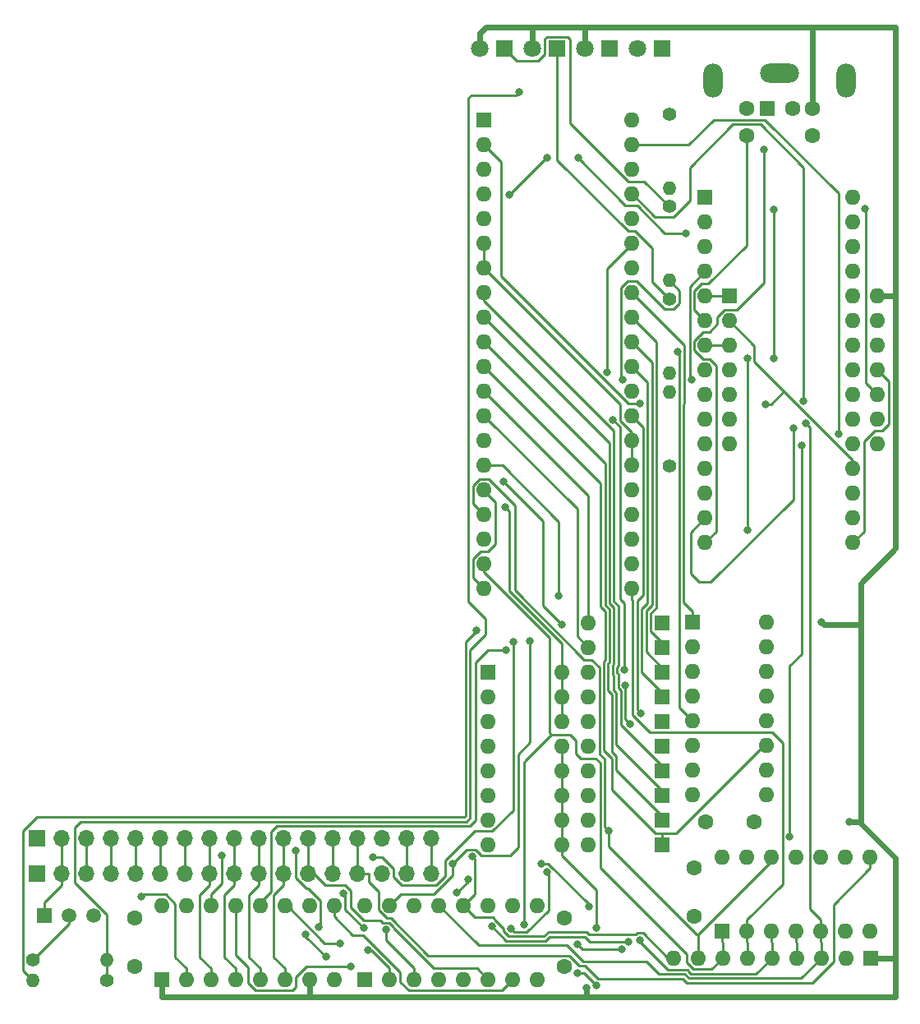
<source format=gbr>
%TF.GenerationSoftware,KiCad,Pcbnew,8.0.1*%
%TF.CreationDate,2024-06-09T23:46:04+01:00*%
%TF.ProjectId,BBC-PS2,4242432d-5053-4322-9e6b-696361645f70,rev?*%
%TF.SameCoordinates,Original*%
%TF.FileFunction,Copper,L1,Top*%
%TF.FilePolarity,Positive*%
%FSLAX46Y46*%
G04 Gerber Fmt 4.6, Leading zero omitted, Abs format (unit mm)*
G04 Created by KiCad (PCBNEW 8.0.1) date 2024-06-09 23:46:04*
%MOMM*%
%LPD*%
G01*
G04 APERTURE LIST*
%TA.AperFunction,ComponentPad*%
%ADD10R,1.600000X1.600000*%
%TD*%
%TA.AperFunction,ComponentPad*%
%ADD11O,1.600000X1.600000*%
%TD*%
%TA.AperFunction,ComponentPad*%
%ADD12C,1.600000*%
%TD*%
%TA.AperFunction,ComponentPad*%
%ADD13O,2.000000X3.500000*%
%TD*%
%TA.AperFunction,ComponentPad*%
%ADD14O,4.000000X2.000000*%
%TD*%
%TA.AperFunction,ComponentPad*%
%ADD15C,1.400000*%
%TD*%
%TA.AperFunction,ComponentPad*%
%ADD16O,1.400000X1.400000*%
%TD*%
%TA.AperFunction,ComponentPad*%
%ADD17R,1.800000X1.800000*%
%TD*%
%TA.AperFunction,ComponentPad*%
%ADD18C,1.800000*%
%TD*%
%TA.AperFunction,ComponentPad*%
%ADD19R,1.700000X1.700000*%
%TD*%
%TA.AperFunction,ComponentPad*%
%ADD20O,1.700000X1.700000*%
%TD*%
%TA.AperFunction,ComponentPad*%
%ADD21R,1.500000X1.500000*%
%TD*%
%TA.AperFunction,ComponentPad*%
%ADD22C,1.500000*%
%TD*%
%TA.AperFunction,ViaPad*%
%ADD23C,0.800000*%
%TD*%
%TA.AperFunction,Conductor*%
%ADD24C,0.600000*%
%TD*%
%TA.AperFunction,Conductor*%
%ADD25C,0.250000*%
%TD*%
G04 APERTURE END LIST*
D10*
%TO.P,U6,1,Pin_1*%
%TO.N,unconnected-(U6-Pin_1-Pad1)*%
X144310000Y-46200000D03*
D11*
%TO.P,U6,2,Pin_2*%
%TO.N,unconnected-(U6-Pin_2-Pad2)*%
X144310000Y-48740000D03*
%TO.P,U6,3,Pin_3*%
%TO.N,unconnected-(U6-Pin_3-Pad3)*%
X144310000Y-51280000D03*
%TO.P,U6,4,Pin_4*%
%TO.N,GND*%
X144310000Y-53820000D03*
%TO.P,U6,5,Pin_5*%
%TO.N,DATA*%
X144310000Y-56360000D03*
%TO.P,U6,6,Pin_6*%
%TO.N,PS2-CLK*%
X144310000Y-58900000D03*
%TO.P,U6,7,Pin_7*%
%TO.N,STROBE*%
X144310000Y-61440000D03*
%TO.P,U6,8,Pin_8*%
%TO.N,AY2*%
X144310000Y-63980000D03*
%TO.P,U6,9,Pin_9*%
%TO.N,AY1*%
X144310000Y-66520000D03*
%TO.P,U6,10,Pin_10*%
%TO.N,AY0*%
X144310000Y-69060000D03*
%TO.P,U6,11,Pin_11*%
%TO.N,AX2*%
X144310000Y-71600000D03*
%TO.P,U6,12,Pin_12*%
%TO.N,AX1*%
X144310000Y-74140000D03*
%TO.P,U6,13,Pin_13*%
%TO.N,AX0*%
X144310000Y-76680000D03*
%TO.P,U6,14,Pin_14*%
%TO.N,AX3*%
X144310000Y-79220000D03*
%TO.P,U6,15,Pin_15*%
%TO.N,PS2-DATA*%
X144310000Y-81760000D03*
%TO.P,U6,16,Pin_16*%
%TO.N,RESET*%
X159550000Y-81760000D03*
%TO.P,U6,17,Pin_17*%
%TO.N,unconnected-(U6-Pin_17-Pad17)*%
X159550000Y-79220000D03*
%TO.P,U6,18,Pin_18*%
%TO.N,unconnected-(U6-Pin_18-Pad18)*%
X159550000Y-76680000D03*
%TO.P,U6,19,Pin_19*%
%TO.N,BREAK*%
X159550000Y-74140000D03*
%TO.P,U6,20,Pin_20*%
%TO.N,unconnected-(U6-Pin_20-Pad20)*%
X159550000Y-71600000D03*
%TO.P,U6,21,Pin_21*%
%TO.N,unconnected-(U6-Pin_21-Pad21)*%
X159550000Y-69060000D03*
%TO.P,U6,22,Pin_22*%
%TO.N,unconnected-(U6-Pin_22-Pad22)*%
X159550000Y-66520000D03*
%TO.P,U6,23,Pin_23*%
%TO.N,unconnected-(U6-Pin_23-Pad23)*%
X159550000Y-63980000D03*
%TO.P,U6,24,Pin_24*%
%TO.N,unconnected-(U6-Pin_24-Pad24)*%
X159550000Y-61440000D03*
%TO.P,U6,25,Pin_25*%
%TO.N,unconnected-(U6-Pin_25-Pad25)*%
X159550000Y-58900000D03*
%TO.P,U6,26,Pin_26*%
%TO.N,unconnected-(U6-Pin_26-Pad26)*%
X159550000Y-56360000D03*
%TO.P,U6,27,Pin_27*%
%TO.N,+5V*%
X159550000Y-53820000D03*
%TO.P,U6,28,Pin_28*%
%TO.N,unconnected-(U6-Pin_28-Pad28)*%
X159550000Y-51280000D03*
%TO.P,U6,29,Pin_29*%
%TO.N,GND*%
X159550000Y-48740000D03*
%TO.P,U6,30,Pin_30*%
%TO.N,unconnected-(U6-Pin_30-Pad30)*%
X159550000Y-46200000D03*
%TD*%
D10*
%TO.P,J2,1*%
%TO.N,PS2-DATA*%
X150709000Y-37027000D03*
D12*
%TO.P,J2,2*%
%TO.N,unconnected-(J2-Pad2)*%
X153309000Y-37027000D03*
%TO.P,J2,3*%
%TO.N,GND*%
X148609000Y-37027000D03*
%TO.P,J2,4*%
%TO.N,+5V*%
X155409000Y-37027000D03*
%TO.P,J2,5*%
%TO.N,PS2-CLK*%
X148609000Y-39827000D03*
%TO.P,J2,6*%
%TO.N,unconnected-(J2-Pad6)*%
X155409000Y-39827000D03*
D13*
%TO.P,J2,7*%
%TO.N,GND*%
X158859000Y-34177000D03*
D14*
X152009000Y-33377000D03*
D13*
X145159000Y-34177000D03*
%TD*%
D15*
%TO.P,R3,1*%
%TO.N,Net-(D14-K)*%
X140600000Y-47135000D03*
D16*
%TO.P,R3,2*%
%TO.N,LED3*%
X140600000Y-54755000D03*
%TD*%
D17*
%TO.P,D14,1,K*%
%TO.N,Net-(D14-K)*%
X123650000Y-30861000D03*
D18*
%TO.P,D14,2,A*%
%TO.N,+5V*%
X121110000Y-30861000D03*
%TD*%
D10*
%TO.P,D6,1,K*%
%TO.N,X5*%
X139860000Y-102680000D03*
D11*
%TO.P,D6,2,A*%
%TO.N,Net-(D6-A)*%
X132240000Y-102680000D03*
%TD*%
D15*
%TO.P,R6,1*%
%TO.N,Net-(D15-A)*%
X82660000Y-126875000D03*
D16*
%TO.P,R6,2*%
%TO.N,BREAK*%
X75040000Y-126875000D03*
%TD*%
D15*
%TO.P,R7,1*%
%TO.N,Net-(Q2-B)*%
X75040000Y-124750000D03*
D16*
%TO.P,R7,2*%
%TO.N,Net-(D15-A)*%
X82660000Y-124750000D03*
%TD*%
D10*
%TO.P,D10,1,K*%
%TO.N,X9*%
X139860000Y-112840000D03*
D11*
%TO.P,D10,2,A*%
%TO.N,Net-(D10-A)*%
X132240000Y-112840000D03*
%TD*%
D10*
%TO.P,D3,1,K*%
%TO.N,X2*%
X139860000Y-95060000D03*
D11*
%TO.P,D3,2,A*%
%TO.N,Net-(D3-A)*%
X132240000Y-95060000D03*
%TD*%
D12*
%TO.P,C4,1*%
%TO.N,+5V*%
X149387000Y-110520000D03*
%TO.P,C4,2*%
%TO.N,GND*%
X144387000Y-110520000D03*
%TD*%
D19*
%TO.P,J1,1,Pin_1*%
%TO.N,GND*%
X75458000Y-115847000D03*
D20*
%TO.P,J1,2,Pin_2*%
%TO.N,!RST*%
X77998000Y-115847000D03*
%TO.P,J1,3,Pin_3*%
%TO.N,1MHZ*%
X80538000Y-115847000D03*
%TO.P,J1,4,Pin_4*%
%TO.N,KB !EN*%
X83078000Y-115847000D03*
%TO.P,J1,5,Pin_5*%
%TO.N,PA4*%
X85618000Y-115847000D03*
%TO.P,J1,6,Pin_6*%
%TO.N,PA5*%
X88158000Y-115847000D03*
%TO.P,J1,7,Pin_7*%
%TO.N,PA6*%
X90698000Y-115847000D03*
%TO.P,J1,8,Pin_8*%
%TO.N,PA0*%
X93238000Y-115847000D03*
%TO.P,J1,9,Pin_9*%
%TO.N,PA1*%
X95778000Y-115847000D03*
%TO.P,J1,10,Pin_10*%
%TO.N,PA2*%
X98318000Y-115847000D03*
%TO.P,J1,11,Pin_11*%
%TO.N,PA3*%
X100858000Y-115847000D03*
%TO.P,J1,12,Pin_12*%
%TO.N,PA7*%
X103398000Y-115847000D03*
%TO.P,J1,13,Pin_13*%
%TO.N,LED3*%
X105938000Y-115847000D03*
%TO.P,J1,14,Pin_14*%
%TO.N,CA2*%
X108478000Y-115847000D03*
%TO.P,J1,15,Pin_15*%
%TO.N,+5V*%
X111018000Y-115847000D03*
%TO.P,J1,16,Pin_16*%
%TO.N,LED1*%
X113558000Y-115847000D03*
%TO.P,J1,17,Pin_17*%
%TO.N,LED2*%
X116098000Y-115847000D03*
%TD*%
D10*
%TO.P,D7,1,K*%
%TO.N,X6*%
X139860000Y-105220000D03*
D11*
%TO.P,D7,2,A*%
%TO.N,Net-(D7-A)*%
X132240000Y-105220000D03*
%TD*%
D12*
%TO.P,C1,1*%
%TO.N,+5V*%
X85480000Y-120447000D03*
%TO.P,C1,2*%
%TO.N,GND*%
X85480000Y-125447000D03*
%TD*%
D10*
%TO.P,U7,1,Pin_1*%
%TO.N,DATA*%
X146835000Y-56360000D03*
D11*
%TO.P,U7,2,Pin_2*%
%TO.N,BREAK*%
X146835000Y-58900000D03*
%TO.P,U7,3,Pin_3*%
%TO.N,STROBE*%
X146835000Y-61440000D03*
%TO.P,U7,4,Pin_4*%
%TO.N,AY2*%
X146835000Y-63980000D03*
%TO.P,U7,5,Pin_5*%
%TO.N,AY1*%
X146835000Y-66520000D03*
%TO.P,U7,6,Pin_6*%
%TO.N,AY0*%
X146835000Y-69060000D03*
%TO.P,U7,7,Pin_7*%
%TO.N,AX2*%
X146835000Y-71600000D03*
%TO.P,U7,8,Pin_8*%
%TO.N,AX1*%
X162075000Y-71600000D03*
%TO.P,U7,9,Pin_9*%
%TO.N,AX0*%
X162075000Y-69060000D03*
%TO.P,U7,10,Pin_10*%
%TO.N,AX3*%
X162075000Y-66520000D03*
%TO.P,U7,11,Pin_11*%
%TO.N,RESET*%
X162075000Y-63980000D03*
%TO.P,U7,12,Pin_12*%
%TO.N,unconnected-(U7-Pin_12-Pad12)*%
X162075000Y-61440000D03*
%TO.P,U7,13,Pin_13*%
%TO.N,GND*%
X162075000Y-58900000D03*
%TO.P,U7,14,Pin_14*%
%TO.N,+5V*%
X162075000Y-56360000D03*
%TD*%
D15*
%TO.P,R4,1*%
%TO.N,FLOAT*%
X140600000Y-73880000D03*
D16*
%TO.P,R4,2*%
%TO.N,GND*%
X140600000Y-66260000D03*
%TD*%
D12*
%TO.P,C3,1*%
%TO.N,+5V*%
X143160000Y-115225000D03*
%TO.P,C3,2*%
%TO.N,GND*%
X143160000Y-120225000D03*
%TD*%
D10*
%TO.P,U5,1,Pin_1*%
%TO.N,D4*%
X121534000Y-38232000D03*
D11*
%TO.P,U5,2,Pin_2*%
%TO.N,AY2*%
X121534000Y-40772000D03*
%TO.P,U5,3,Pin_3*%
%TO.N,RESET*%
X121534000Y-43312000D03*
%TO.P,U5,4,Pin_4*%
%TO.N,AX3*%
X121534000Y-45852000D03*
%TO.P,U5,5,Pin_5*%
%TO.N,AX0*%
X121534000Y-48392000D03*
%TO.P,U5,6,Pin_6*%
%TO.N,FLOAT*%
X121534000Y-50932000D03*
%TO.P,U5,7,Pin_7*%
X121534000Y-53472000D03*
%TO.P,U5,8,Pin_8*%
%TO.N,X6*%
X121534000Y-56012000D03*
%TO.P,U5,9,Pin_9*%
%TO.N,X7*%
X121534000Y-58552000D03*
%TO.P,U5,10,Pin_10*%
%TO.N,X8*%
X121534000Y-61092000D03*
%TO.P,U5,11,Pin_11*%
%TO.N,X9*%
X121534000Y-63632000D03*
%TO.P,U5,12,Pin_12*%
%TO.N,X10*%
X121534000Y-66172000D03*
%TO.P,U5,13,Pin_13*%
%TO.N,X11*%
X121534000Y-68712000D03*
%TO.P,U5,14,Pin_14*%
%TO.N,unconnected-(U5-Pin_14-Pad14)*%
X121534000Y-71252000D03*
%TO.P,U5,15,Pin_15*%
%TO.N,D7*%
X121534000Y-73792000D03*
%TO.P,U5,16,Pin_16*%
%TO.N,GND*%
X121534000Y-76332000D03*
%TO.P,U5,17,Pin_17*%
%TO.N,D1*%
X121534000Y-78872000D03*
%TO.P,U5,18,Pin_18*%
%TO.N,STROBE*%
X121534000Y-81412000D03*
%TO.P,U5,19,Pin_19*%
%TO.N,D2*%
X121534000Y-83952000D03*
%TO.P,U5,20,Pin_20*%
%TO.N,GND*%
X121534000Y-86492000D03*
%TO.P,U5,21,Pin_21*%
%TO.N,D3*%
X136774000Y-86492000D03*
%TO.P,U5,22,Pin_22*%
%TO.N,AX1*%
X136774000Y-83952000D03*
%TO.P,U5,23,Pin_23*%
%TO.N,AX2*%
X136774000Y-81412000D03*
%TO.P,U5,24,Pin_24*%
%TO.N,AY0*%
X136774000Y-78872000D03*
%TO.P,U5,25,Pin_25*%
%TO.N,AY1*%
X136774000Y-76332000D03*
%TO.P,U5,26,Pin_26*%
%TO.N,FLOAT*%
X136774000Y-73792000D03*
%TO.P,U5,27,Pin_27*%
X136774000Y-71252000D03*
%TO.P,U5,28,Pin_28*%
%TO.N,X5*%
X136774000Y-68712000D03*
%TO.P,U5,29,Pin_29*%
%TO.N,X4*%
X136774000Y-66172000D03*
%TO.P,U5,30,Pin_30*%
%TO.N,X3*%
X136774000Y-63632000D03*
%TO.P,U5,31,Pin_31*%
%TO.N,X2*%
X136774000Y-61092000D03*
%TO.P,U5,32,Pin_32*%
%TO.N,X1*%
X136774000Y-58552000D03*
%TO.P,U5,33,Pin_33*%
%TO.N,X0*%
X136774000Y-56012000D03*
%TO.P,U5,34,Pin_34*%
%TO.N,unconnected-(U5-Pin_34-Pad34)*%
X136774000Y-53472000D03*
%TO.P,U5,35,Pin_35*%
%TO.N,D0*%
X136774000Y-50932000D03*
%TO.P,U5,36,Pin_36*%
%TO.N,+5V*%
X136774000Y-48392000D03*
%TO.P,U5,37,Pin_37*%
%TO.N,D6*%
X136774000Y-45852000D03*
%TO.P,U5,38,Pin_38*%
%TO.N,DATA*%
X136774000Y-43312000D03*
%TO.P,U5,39,Pin_39*%
%TO.N,D5*%
X136774000Y-40772000D03*
%TO.P,U5,40,Pin_40*%
%TO.N,+5V*%
X136774000Y-38232000D03*
%TD*%
D21*
%TO.P,Q2,1,C*%
%TO.N,!RST*%
X76205000Y-120200000D03*
D22*
%TO.P,Q2,2,B*%
%TO.N,Net-(Q2-B)*%
X78745000Y-120200000D03*
%TO.P,Q2,3,E*%
%TO.N,GND*%
X81285000Y-120200000D03*
%TD*%
D17*
%TO.P,D13,1,K*%
%TO.N,Net-(D13-K)*%
X129068000Y-30861000D03*
D18*
%TO.P,D13,2,A*%
%TO.N,+5V*%
X126528000Y-30861000D03*
%TD*%
D15*
%TO.P,R2,1*%
%TO.N,Net-(D13-K)*%
X140600000Y-56685000D03*
D16*
%TO.P,R2,2*%
%TO.N,LED2*%
X140600000Y-64305000D03*
%TD*%
D10*
%TO.P,D1,1,K*%
%TO.N,X0*%
X139860000Y-89980000D03*
D11*
%TO.P,D1,2,A*%
%TO.N,X10*%
X132240000Y-89980000D03*
%TD*%
D17*
%TO.P,D15,1,K*%
%TO.N,GND*%
X139865000Y-30861000D03*
D18*
%TO.P,D15,2,A*%
%TO.N,Net-(D15-A)*%
X137325000Y-30861000D03*
%TD*%
D10*
%TO.P,U3,1,~{Q0}*%
%TO.N,X0*%
X143025000Y-89960000D03*
D11*
%TO.P,U3,2,~{Q1}*%
%TO.N,X1*%
X143025000Y-92500000D03*
%TO.P,U3,3,~{Q2}*%
%TO.N,X2*%
X143025000Y-95040000D03*
%TO.P,U3,4,~{Q3}*%
%TO.N,X3*%
X143025000Y-97580000D03*
%TO.P,U3,5,~{Q4}*%
%TO.N,X4*%
X143025000Y-100120000D03*
%TO.P,U3,6,~{Q5}*%
%TO.N,X5*%
X143025000Y-102660000D03*
%TO.P,U3,7,~{Q6}*%
%TO.N,X6*%
X143025000Y-105200000D03*
%TO.P,U3,8,GND*%
%TO.N,GND*%
X143025000Y-107740000D03*
%TO.P,U3,9,~{Q7}*%
%TO.N,X7*%
X150645000Y-107740000D03*
%TO.P,U3,10,~{Q8}*%
%TO.N,X8*%
X150645000Y-105200000D03*
%TO.P,U3,11,~{Q9}*%
%TO.N,X9*%
X150645000Y-102660000D03*
%TO.P,U3,12,D*%
%TO.N,QD*%
X150645000Y-100120000D03*
%TO.P,U3,13,C*%
%TO.N,QC*%
X150645000Y-97580000D03*
%TO.P,U3,14,B*%
%TO.N,QB*%
X150645000Y-95040000D03*
%TO.P,U3,15,A*%
%TO.N,QA*%
X150645000Y-92500000D03*
%TO.P,U3,16,VCC*%
%TO.N,+5V*%
X150645000Y-89960000D03*
%TD*%
D10*
%TO.P,D4,1,K*%
%TO.N,X3*%
X139860000Y-97600000D03*
D11*
%TO.P,D4,2,A*%
%TO.N,Net-(D4-A)*%
X132240000Y-97600000D03*
%TD*%
D12*
%TO.P,C2,1*%
%TO.N,+5V*%
X129805000Y-120447000D03*
%TO.P,C2,2*%
%TO.N,GND*%
X129805000Y-125447000D03*
%TD*%
D10*
%TO.P,SW1,1*%
%TO.N,Net-(D3-A)*%
X121925000Y-95070000D03*
D11*
%TO.P,SW1,2*%
%TO.N,Net-(D4-A)*%
X121925000Y-97610000D03*
%TO.P,SW1,3*%
%TO.N,Net-(D5-A)*%
X121925000Y-100150000D03*
%TO.P,SW1,4*%
%TO.N,Net-(D6-A)*%
X121925000Y-102690000D03*
%TO.P,SW1,5*%
%TO.N,Net-(D7-A)*%
X121925000Y-105230000D03*
%TO.P,SW1,6*%
%TO.N,Net-(D8-A)*%
X121925000Y-107770000D03*
%TO.P,SW1,7*%
%TO.N,Net-(D9-A)*%
X121925000Y-110310000D03*
%TO.P,SW1,8*%
%TO.N,Net-(D10-A)*%
X121925000Y-112850000D03*
%TO.P,SW1,9*%
%TO.N,D0*%
X129545000Y-112850000D03*
%TO.P,SW1,10*%
X129545000Y-110310000D03*
%TO.P,SW1,11*%
X129545000Y-107770000D03*
%TO.P,SW1,12*%
X129545000Y-105230000D03*
%TO.P,SW1,13*%
X129545000Y-102690000D03*
%TO.P,SW1,14*%
X129545000Y-100150000D03*
%TO.P,SW1,15*%
X129545000Y-97610000D03*
%TO.P,SW1,16*%
X129545000Y-95070000D03*
%TD*%
D15*
%TO.P,R1,1*%
%TO.N,Net-(D12-K)*%
X140600000Y-37575000D03*
D16*
%TO.P,R1,2*%
%TO.N,LED1*%
X140600000Y-45195000D03*
%TD*%
D10*
%TO.P,RN1,1,common*%
%TO.N,+5V*%
X161340000Y-124555000D03*
D11*
%TO.P,RN1,2,R1*%
%TO.N,D0*%
X158800000Y-124555000D03*
%TO.P,RN1,3,R2*%
%TO.N,D6*%
X156260000Y-124555000D03*
%TO.P,RN1,4,R3*%
%TO.N,D5*%
X153720000Y-124555000D03*
%TO.P,RN1,5,R4*%
%TO.N,D4*%
X151180000Y-124555000D03*
%TO.P,RN1,6,R5*%
%TO.N,D3*%
X148640000Y-124555000D03*
%TO.P,RN1,7,R6*%
%TO.N,D2*%
X146100000Y-124555000D03*
%TO.P,RN1,8,R7*%
%TO.N,D1*%
X143560000Y-124555000D03*
%TO.P,RN1,9,R8*%
%TO.N,D7*%
X141020000Y-124555000D03*
%TD*%
D10*
%TO.P,U1,1,~{MR}*%
%TO.N,+5V*%
X88281000Y-126747000D03*
D11*
%TO.P,U1,2,CP*%
%TO.N,1MHZ*%
X90821000Y-126747000D03*
%TO.P,U1,3,D0*%
%TO.N,PA0*%
X93361000Y-126747000D03*
%TO.P,U1,4,D1*%
%TO.N,PA1*%
X95901000Y-126747000D03*
%TO.P,U1,5,D2*%
%TO.N,PA2*%
X98441000Y-126747000D03*
%TO.P,U1,6,D3*%
%TO.N,PA3*%
X100981000Y-126747000D03*
%TO.P,U1,7,CEP*%
%TO.N,+5V*%
X103521000Y-126747000D03*
%TO.P,U1,8,GND*%
%TO.N,GND*%
X106061000Y-126747000D03*
%TO.P,U1,9,~{PE}*%
%TO.N,KB !EN*%
X106061000Y-119127000D03*
%TO.P,U1,10,CET*%
%TO.N,+5V*%
X103521000Y-119127000D03*
%TO.P,U1,11,Q3*%
%TO.N,QD*%
X100981000Y-119127000D03*
%TO.P,U1,12,Q2*%
%TO.N,QC*%
X98441000Y-119127000D03*
%TO.P,U1,13,Q1*%
%TO.N,QB*%
X95901000Y-119127000D03*
%TO.P,U1,14,Q0*%
%TO.N,QA*%
X93361000Y-119127000D03*
%TO.P,U1,15,TC*%
%TO.N,unconnected-(U1-TC-Pad15)*%
X90821000Y-119127000D03*
%TO.P,U1,16,VCC*%
%TO.N,+5V*%
X88281000Y-119127000D03*
%TD*%
D10*
%TO.P,D2,1,K*%
%TO.N,X1*%
X139860000Y-92520000D03*
D11*
%TO.P,D2,2,A*%
%TO.N,X11*%
X132240000Y-92520000D03*
%TD*%
D19*
%TO.P,J3,1,Pin_1*%
%TO.N,GND*%
X75460000Y-112175000D03*
D20*
%TO.P,J3,2,Pin_2*%
%TO.N,!RST*%
X78000000Y-112175000D03*
%TO.P,J3,3,Pin_3*%
%TO.N,1MHZ*%
X80540000Y-112175000D03*
%TO.P,J3,4,Pin_4*%
%TO.N,KB !EN*%
X83080000Y-112175000D03*
%TO.P,J3,5,Pin_5*%
%TO.N,PA4*%
X85620000Y-112175000D03*
%TO.P,J3,6,Pin_6*%
%TO.N,PA5*%
X88160000Y-112175000D03*
%TO.P,J3,7,Pin_7*%
%TO.N,PA6*%
X90700000Y-112175000D03*
%TO.P,J3,8,Pin_8*%
%TO.N,PA0*%
X93240000Y-112175000D03*
%TO.P,J3,9,Pin_9*%
%TO.N,PA1*%
X95780000Y-112175000D03*
%TO.P,J3,10,Pin_10*%
%TO.N,PA2*%
X98320000Y-112175000D03*
%TO.P,J3,11,Pin_11*%
%TO.N,PA3*%
X100860000Y-112175000D03*
%TO.P,J3,12,Pin_12*%
%TO.N,PA7*%
X103400000Y-112175000D03*
%TO.P,J3,13,Pin_13*%
%TO.N,LED3*%
X105940000Y-112175000D03*
%TO.P,J3,14,Pin_14*%
%TO.N,CA2*%
X108480000Y-112175000D03*
%TO.P,J3,15,Pin_15*%
%TO.N,+5V*%
X111020000Y-112175000D03*
%TO.P,J3,16,Pin_16*%
%TO.N,LED1*%
X113560000Y-112175000D03*
%TO.P,J3,17,Pin_17*%
%TO.N,LED2*%
X116100000Y-112175000D03*
%TD*%
D10*
%TO.P,U4,1*%
%TO.N,D2*%
X146060000Y-121750000D03*
D11*
%TO.P,U4,2*%
%TO.N,D3*%
X148600000Y-121750000D03*
%TO.P,U4,3*%
%TO.N,D4*%
X151140000Y-121750000D03*
%TO.P,U4,4*%
%TO.N,D5*%
X153680000Y-121750000D03*
%TO.P,U4,5*%
%TO.N,D6*%
X156220000Y-121750000D03*
%TO.P,U4,6*%
%TO.N,+5V*%
X158760000Y-121750000D03*
%TO.P,U4,7,GND*%
%TO.N,GND*%
X161300000Y-121750000D03*
%TO.P,U4,8*%
%TO.N,CA2*%
X161300000Y-114130000D03*
%TO.P,U4,9*%
%TO.N,N/C*%
X158760000Y-114130000D03*
%TO.P,U4,10*%
X156220000Y-114130000D03*
%TO.P,U4,11*%
%TO.N,D7*%
X153680000Y-114130000D03*
%TO.P,U4,12*%
%TO.N,D1*%
X151140000Y-114130000D03*
%TO.P,U4,13*%
%TO.N,N/C*%
X148600000Y-114130000D03*
%TO.P,U4,14,VCC*%
%TO.N,+5V*%
X146060000Y-114130000D03*
%TD*%
D10*
%TO.P,D8,1,K*%
%TO.N,X7*%
X139860000Y-107760000D03*
D11*
%TO.P,D8,2,A*%
%TO.N,Net-(D8-A)*%
X132240000Y-107760000D03*
%TD*%
D10*
%TO.P,U2,1,I3*%
%TO.N,D3*%
X109236000Y-126747000D03*
D11*
%TO.P,U2,2,I2*%
%TO.N,D2*%
X111776000Y-126747000D03*
%TO.P,U2,3,I1*%
%TO.N,D1*%
X114316000Y-126747000D03*
%TO.P,U2,4,I0*%
%TO.N,D0*%
X116856000Y-126747000D03*
%TO.P,U2,5,Y*%
%TO.N,unconnected-(U2-Y-Pad5)*%
X119396000Y-126747000D03*
%TO.P,U2,6,~{Y}*%
%TO.N,PA7*%
X121936000Y-126747000D03*
%TO.P,U2,7,~{OE}*%
%TO.N,KB !EN*%
X124476000Y-126747000D03*
%TO.P,U2,8,GND*%
%TO.N,GND*%
X127016000Y-126747000D03*
%TO.P,U2,9,S2*%
%TO.N,PA6*%
X127016000Y-119127000D03*
%TO.P,U2,10,S1*%
%TO.N,PA5*%
X124476000Y-119127000D03*
%TO.P,U2,11,S0*%
%TO.N,PA4*%
X121936000Y-119127000D03*
%TO.P,U2,12,I7*%
%TO.N,D7*%
X119396000Y-119127000D03*
%TO.P,U2,13,I6*%
%TO.N,D6*%
X116856000Y-119127000D03*
%TO.P,U2,14,I5*%
%TO.N,D5*%
X114316000Y-119127000D03*
%TO.P,U2,15,I4*%
%TO.N,D4*%
X111776000Y-119127000D03*
%TO.P,U2,16,VCC*%
%TO.N,+5V*%
X109236000Y-119127000D03*
%TD*%
D10*
%TO.P,D5,1,K*%
%TO.N,X4*%
X139860000Y-100140000D03*
D11*
%TO.P,D5,2,A*%
%TO.N,Net-(D5-A)*%
X132240000Y-100140000D03*
%TD*%
D17*
%TO.P,D12,1,K*%
%TO.N,Net-(D12-K)*%
X134450000Y-30861000D03*
D18*
%TO.P,D12,2,A*%
%TO.N,+5V*%
X131910000Y-30861000D03*
%TD*%
D10*
%TO.P,D9,1,K*%
%TO.N,X8*%
X139860000Y-110300000D03*
D11*
%TO.P,D9,2,A*%
%TO.N,Net-(D9-A)*%
X132240000Y-110300000D03*
%TD*%
D23*
%TO.N,+5V*%
X156275000Y-89960000D03*
X132100000Y-127625000D03*
X159175000Y-110520000D03*
%TO.N,Net-(D15-A)*%
X125125000Y-35350000D03*
%TO.N,X4*%
X141442700Y-62077600D03*
%TO.N,X5*%
X137696600Y-99375700D03*
%TO.N,1MHZ*%
X86175000Y-118200400D03*
%TO.N,PA5*%
X109097300Y-121433400D03*
X107049800Y-117912700D03*
%TO.N,LED3*%
X135836700Y-64979400D03*
X127979100Y-115710800D03*
X124304300Y-121532500D03*
X102130000Y-113441600D03*
X104480800Y-121351400D03*
X134806500Y-69117400D03*
X105226800Y-124427100D03*
X103149900Y-122077600D03*
X135952200Y-94851700D03*
%TO.N,LED1*%
X148667200Y-62786400D03*
X148667200Y-80473900D03*
X151416000Y-62786400D03*
X151416000Y-47470000D03*
%TO.N,PS2-DATA*%
X150353000Y-41294900D03*
%TO.N,GND*%
X142939300Y-64947400D03*
%TO.N,BREAK*%
X150525000Y-67475000D03*
X120775000Y-90800000D03*
%TO.N,D0*%
X133115400Y-121405500D03*
X131168000Y-126100500D03*
X134207300Y-64180900D03*
X133102200Y-127371200D03*
X123666100Y-78083900D03*
%TO.N,D6*%
X154653700Y-69457300D03*
X154474500Y-67155100D03*
%TO.N,D5*%
X136417100Y-122862800D03*
X158035900Y-70513100D03*
X153004100Y-112075000D03*
X122341700Y-121298900D03*
X154254200Y-71715100D03*
%TO.N,D4*%
X123500000Y-75425000D03*
X137598800Y-122696000D03*
X129550000Y-90150000D03*
X126275000Y-91875000D03*
X118259900Y-114823400D03*
X132309000Y-119261100D03*
X127420600Y-114823400D03*
%TO.N,D3*%
X135746600Y-123609000D03*
X131180200Y-123093600D03*
%TO.N,D2*%
X125621800Y-121081600D03*
X109553300Y-123721900D03*
%TO.N,D1*%
X111423900Y-121630000D03*
X134373800Y-111432400D03*
X119850300Y-116437500D03*
X118720600Y-117817400D03*
%TO.N,D7*%
X129225000Y-87225000D03*
X120325000Y-114098400D03*
%TO.N,QD*%
X106645900Y-123009200D03*
%TO.N,QC*%
X123784400Y-92825000D03*
%TO.N,QB*%
X136082900Y-96441100D03*
X107811000Y-125372900D03*
X136581400Y-100440300D03*
%TO.N,QA*%
X110106000Y-114177600D03*
X124509400Y-91976300D03*
X94509000Y-113983300D03*
%TO.N,AY2*%
X137550000Y-67442000D03*
%TO.N,AX3*%
X153415000Y-69959400D03*
X160775000Y-47350000D03*
X124150000Y-45925000D03*
X142325000Y-49850000D03*
X131200000Y-42125000D03*
X128025000Y-42125000D03*
%TD*%
D24*
%TO.N,+5V*%
X160325000Y-110675000D02*
X160325000Y-110474264D01*
X163900000Y-114250000D02*
X160325000Y-110675000D01*
X163900000Y-124625000D02*
X163900000Y-114250000D01*
X163900000Y-82350000D02*
X163900000Y-46900000D01*
X160325000Y-110474264D02*
X160325000Y-85925000D01*
X160325000Y-85925000D02*
X163900000Y-82350000D01*
X160279264Y-110520000D02*
X160325000Y-110474264D01*
X159175000Y-110520000D02*
X160279264Y-110520000D01*
X156540000Y-90225000D02*
X160325000Y-90225000D01*
X156275000Y-89960000D02*
X156540000Y-90225000D01*
X103500000Y-128525000D02*
X132050000Y-128525000D01*
X163900000Y-128525000D02*
X163900000Y-124625000D01*
X163900000Y-56475000D02*
X163900000Y-28625000D01*
X126528000Y-30861000D02*
X126528000Y-28647000D01*
X126550000Y-28625000D02*
X121750000Y-28625000D01*
X163830000Y-124555000D02*
X163900000Y-124625000D01*
X121110000Y-29265000D02*
X121110000Y-30861000D01*
X161340000Y-124555000D02*
X163830000Y-124555000D01*
X163900000Y-28625000D02*
X155450000Y-28625000D01*
X163785000Y-56360000D02*
X163900000Y-56475000D01*
X88281000Y-126747000D02*
X88281000Y-128481000D01*
X131910000Y-30861000D02*
X131910000Y-28685000D01*
X132100000Y-128475000D02*
X132050000Y-128525000D01*
X88325000Y-128525000D02*
X103500000Y-128525000D01*
X126528000Y-28647000D02*
X126550000Y-28625000D01*
X155409000Y-28666000D02*
X155450000Y-28625000D01*
X155409000Y-37027000D02*
X155409000Y-28666000D01*
X155450000Y-28625000D02*
X131850000Y-28625000D01*
X103521000Y-126747000D02*
X103521000Y-128504000D01*
X131850000Y-28625000D02*
X126550000Y-28625000D01*
X131910000Y-28685000D02*
X131850000Y-28625000D01*
X88281000Y-128481000D02*
X88325000Y-128525000D01*
X103521000Y-128504000D02*
X103500000Y-128525000D01*
X121750000Y-28625000D02*
X121110000Y-29265000D01*
X162075000Y-56360000D02*
X163785000Y-56360000D01*
X132050000Y-128525000D02*
X163900000Y-128525000D01*
X132100000Y-127625000D02*
X132100000Y-128475000D01*
D25*
%TO.N,Net-(D15-A)*%
X82660000Y-124750000D02*
X82660000Y-120054720D01*
X120075000Y-92825000D02*
X121675000Y-91225000D01*
X82660000Y-120054720D02*
X79350000Y-116744720D01*
X121675000Y-89575000D02*
X119917200Y-87817200D01*
X120075000Y-110086396D02*
X120075000Y-92825000D01*
X79950000Y-110475000D02*
X119686396Y-110475000D01*
X121675000Y-91225000D02*
X121675000Y-89575000D01*
X124800000Y-35675000D02*
X125125000Y-35350000D01*
X79350000Y-116744720D02*
X79350000Y-111075000D01*
X119686396Y-110475000D02*
X120075000Y-110086396D01*
X82660000Y-126875000D02*
X82660000Y-124750000D01*
X79350000Y-111075000D02*
X79950000Y-110475000D01*
X119917200Y-35957800D02*
X120200000Y-35675000D01*
X120200000Y-35675000D02*
X124800000Y-35675000D01*
X119917200Y-87817200D02*
X119917200Y-35957800D01*
%TO.N,X0*%
X142109200Y-87917500D02*
X143025000Y-88833300D01*
X136774000Y-56024000D02*
X142195500Y-61445500D01*
X142109200Y-67512900D02*
X142109200Y-87917500D01*
X142195500Y-61445500D02*
X142195500Y-67426600D01*
X142195500Y-67426600D02*
X142109200Y-67512900D01*
X143025000Y-88833300D02*
X143025000Y-89960000D01*
X136774000Y-56012000D02*
X136774000Y-56024000D01*
%TO.N,X10*%
X132240000Y-89980000D02*
X132240000Y-76878000D01*
X132240000Y-76878000D02*
X121534000Y-66172000D01*
%TO.N,X1*%
X138692700Y-89044400D02*
X139272900Y-88464200D01*
X139860000Y-92520000D02*
X139860000Y-92076700D01*
X138692700Y-90909400D02*
X138692700Y-89044400D01*
X139272900Y-61050900D02*
X136774000Y-58552000D01*
X139272900Y-88464200D02*
X139272900Y-61050900D01*
X139860000Y-92076700D02*
X138692700Y-90909400D01*
%TO.N,X11*%
X131112200Y-78290200D02*
X121534000Y-68712000D01*
X132240000Y-92520000D02*
X131112200Y-91392200D01*
X131112200Y-91392200D02*
X131112200Y-78290200D01*
%TO.N,X2*%
X138241000Y-88764300D02*
X138821200Y-88184100D01*
X138821200Y-63139200D02*
X136774000Y-61092000D01*
X139860000Y-94637500D02*
X138241000Y-93018500D01*
X139860000Y-95060000D02*
X139860000Y-94637500D01*
X138241000Y-93018500D02*
X138241000Y-88764300D01*
X138821200Y-88184100D02*
X138821200Y-63139200D01*
%TO.N,X3*%
X139860000Y-97600000D02*
X139860000Y-97177500D01*
X138369500Y-87996900D02*
X138369500Y-65227500D01*
X137789300Y-95106800D02*
X137789300Y-88577100D01*
X138369500Y-65227500D02*
X136774000Y-63632000D01*
X139860000Y-97177500D02*
X137789300Y-95106800D01*
X137789300Y-88577100D02*
X138369500Y-87996900D01*
%TO.N,X4*%
X141657500Y-98752500D02*
X141657500Y-62292400D01*
X141657500Y-62292400D02*
X141442700Y-62077600D01*
X143025000Y-100120000D02*
X141657500Y-98752500D01*
%TO.N,X5*%
X137337600Y-99016700D02*
X137696600Y-99375700D01*
X136774000Y-68712000D02*
X137900700Y-69838700D01*
X137337600Y-87730100D02*
X137337600Y-99016700D01*
X137900700Y-87167000D02*
X137337600Y-87730100D01*
X137900700Y-69838700D02*
X137900700Y-87167000D01*
%TO.N,X6*%
X121534000Y-56870205D02*
X134900000Y-70236205D01*
X135356200Y-94420100D02*
X135225500Y-94550800D01*
X135356200Y-96742000D02*
X135617500Y-97003300D01*
X135617500Y-97003300D02*
X135617500Y-100513300D01*
X134900000Y-70236205D02*
X134900000Y-71200000D01*
X135356200Y-88257800D02*
X135356200Y-94420100D01*
X139860000Y-104755800D02*
X139860000Y-105220000D01*
X135225500Y-95152600D02*
X135356200Y-95283300D01*
X135617500Y-100513300D02*
X139860000Y-104755800D01*
X121534000Y-56012000D02*
X121534000Y-56870205D01*
X134904500Y-87806100D02*
X135356200Y-88257800D01*
X135356200Y-95283300D02*
X135356200Y-96742000D01*
X134904500Y-71204500D02*
X134904500Y-87806100D01*
X134900000Y-71200000D02*
X134904500Y-71204500D01*
X135225500Y-94550800D02*
X135225500Y-95152600D01*
%TO.N,X7*%
X134452800Y-71470800D02*
X134452800Y-87993200D01*
X134773800Y-94363700D02*
X134773800Y-95339700D01*
X134904500Y-94233000D02*
X134773800Y-94363700D01*
X134904500Y-96929100D02*
X135165800Y-97190400D01*
X134452800Y-87993200D02*
X134904500Y-88444900D01*
X134904500Y-95470400D02*
X134904500Y-96929100D01*
X135165800Y-102587900D02*
X139860000Y-107282100D01*
X134773800Y-95339700D02*
X134904500Y-95470400D01*
X135165800Y-97190400D02*
X135165800Y-102587900D01*
X139860000Y-107282100D02*
X139860000Y-107760000D01*
X121534000Y-58552000D02*
X134452800Y-71470800D01*
X134904500Y-88444900D02*
X134904500Y-94233000D01*
%TO.N,X8*%
X134714100Y-103315600D02*
X135165800Y-103767300D01*
X121534000Y-61092000D02*
X134001100Y-73559100D01*
X134001100Y-73559100D02*
X134001100Y-88180300D01*
X135165800Y-103767300D02*
X135165800Y-105183300D01*
X134322100Y-96985500D02*
X134714100Y-97377500D01*
X134001100Y-88180300D02*
X134452800Y-88632000D01*
X134714100Y-97377500D02*
X134714100Y-103315600D01*
X134322100Y-94176600D02*
X134322100Y-96985500D01*
X134452800Y-94045900D02*
X134322100Y-94176600D01*
X135165800Y-105183300D02*
X139860000Y-109877500D01*
X139860000Y-109877500D02*
X139860000Y-110300000D01*
X134452800Y-88632000D02*
X134452800Y-94045900D01*
%TO.N,X9*%
X134001100Y-93858800D02*
X133870400Y-93989500D01*
X121534000Y-63632000D02*
X133549400Y-75647400D01*
X133549400Y-88367400D02*
X134001100Y-88819100D01*
X141286700Y-111713300D02*
X150340000Y-102660000D01*
X133870400Y-93989500D02*
X133870400Y-103110700D01*
X134001100Y-88819100D02*
X134001100Y-93858800D01*
X139199700Y-111713300D02*
X139860000Y-111713300D01*
X134714100Y-103954400D02*
X134714100Y-107227700D01*
X150340000Y-102660000D02*
X150645000Y-102660000D01*
X133870400Y-103110700D02*
X134714100Y-103954400D01*
X134714100Y-107227700D02*
X139199700Y-111713300D01*
X133549400Y-75647400D02*
X133549400Y-88367400D01*
X139860000Y-111713300D02*
X141286700Y-111713300D01*
X139860000Y-112840000D02*
X139860000Y-111713300D01*
%TO.N,Net-(Q2-B)*%
X78745000Y-120200000D02*
X78745000Y-121045000D01*
X78745000Y-121045000D02*
X75040000Y-124750000D01*
%TO.N,!RST*%
X77998000Y-116435300D02*
X78000000Y-116433300D01*
X78000000Y-116433300D02*
X78000000Y-112175000D01*
X77998000Y-115847000D02*
X77998000Y-116435300D01*
X76205000Y-118816700D02*
X77998000Y-117023700D01*
X77998000Y-116435300D02*
X77998000Y-117023700D01*
X76205000Y-120200000D02*
X76205000Y-118816700D01*
%TO.N,1MHZ*%
X86175000Y-118200400D02*
X86373400Y-118002000D01*
X89696000Y-118951009D02*
X89696000Y-124471000D01*
X80540000Y-114668300D02*
X80540000Y-112175000D01*
X89696000Y-124471000D02*
X90821000Y-125596000D01*
X80538000Y-115847000D02*
X80538000Y-114670300D01*
X80538000Y-114670300D02*
X80540000Y-114668300D01*
X90821000Y-125596000D02*
X90821000Y-126747000D01*
X86373400Y-118002000D02*
X88746991Y-118002000D01*
X88746991Y-118002000D02*
X89696000Y-118951009D01*
%TO.N,KB !EN*%
X113795800Y-127873700D02*
X123349300Y-127873700D01*
X106061000Y-119127000D02*
X106061000Y-120253700D01*
X83078000Y-115847000D02*
X83078000Y-114670300D01*
X83080000Y-114668300D02*
X83080000Y-112175000D01*
X83078000Y-114670300D02*
X83080000Y-114668300D01*
X107967400Y-122160100D02*
X109019200Y-122160100D01*
X112902700Y-126043600D02*
X112902700Y-126980600D01*
X106061000Y-120253700D02*
X107967400Y-122160100D01*
X112902700Y-126980600D02*
X113795800Y-127873700D01*
X109019200Y-122160100D02*
X112902700Y-126043600D01*
X123349300Y-127873700D02*
X124476000Y-126747000D01*
%TO.N,PA4*%
X85618000Y-115847000D02*
X85618000Y-114670300D01*
X85618000Y-114670300D02*
X85620000Y-114668300D01*
X85620000Y-114668300D02*
X85620000Y-112175000D01*
%TO.N,PA5*%
X88158000Y-115847000D02*
X88158000Y-114670300D01*
X88158000Y-114670300D02*
X88160000Y-114668300D01*
X107205900Y-119542000D02*
X109097300Y-121433400D01*
X88160000Y-114668300D02*
X88160000Y-112175000D01*
X107049800Y-117912700D02*
X107205900Y-118068800D01*
X107205900Y-118068800D02*
X107205900Y-119542000D01*
%TO.N,PA6*%
X90700000Y-114668300D02*
X90700000Y-112175000D01*
X90698000Y-115847000D02*
X90698000Y-114670300D01*
X90698000Y-114670300D02*
X90700000Y-114668300D01*
%TO.N,PA0*%
X93361000Y-125620300D02*
X92230000Y-124489300D01*
X93240000Y-116433300D02*
X93240000Y-112175000D01*
X93238000Y-116435300D02*
X93238000Y-117023700D01*
X93238000Y-115847000D02*
X93238000Y-116435300D01*
X92230000Y-124489300D02*
X92230000Y-118031700D01*
X93238000Y-116435300D02*
X93240000Y-116433300D01*
X93361000Y-126747000D02*
X93361000Y-125620300D01*
X92230000Y-118031700D02*
X93238000Y-117023700D01*
%TO.N,PA1*%
X95780000Y-116433300D02*
X95778000Y-116435300D01*
X94770000Y-118031700D02*
X95778000Y-117023700D01*
X95901000Y-125620300D02*
X94770000Y-124489300D01*
X95778000Y-116435300D02*
X95778000Y-117023700D01*
X95780000Y-112175000D02*
X95780000Y-116433300D01*
X95778000Y-115847000D02*
X95778000Y-116435300D01*
X95901000Y-126747000D02*
X95901000Y-125620300D01*
X94770000Y-124489300D02*
X94770000Y-118031700D01*
%TO.N,PA2*%
X98318000Y-116435300D02*
X98320000Y-116433300D01*
X98320000Y-116433300D02*
X98320000Y-112175000D01*
X98441000Y-125620300D02*
X97310000Y-124489300D01*
X98441000Y-126747000D02*
X98441000Y-125620300D01*
X98318000Y-116435300D02*
X98318000Y-117023700D01*
X97310000Y-118031700D02*
X98318000Y-117023700D01*
X97310000Y-124489300D02*
X97310000Y-118031700D01*
X98318000Y-115847000D02*
X98318000Y-116435300D01*
%TO.N,PA3*%
X100860000Y-116433300D02*
X100860000Y-112175000D01*
X100981000Y-126747000D02*
X100981000Y-125620300D01*
X100858000Y-115847000D02*
X100858000Y-116435300D01*
X100858000Y-116435300D02*
X100858000Y-117023700D01*
X100858000Y-116435300D02*
X100860000Y-116433300D01*
X99944900Y-117936800D02*
X100858000Y-117023700D01*
X99850000Y-124489300D02*
X99850000Y-118084500D01*
X99944900Y-117989600D02*
X99944900Y-117936800D01*
X100981000Y-125620300D02*
X99850000Y-124489300D01*
X99850000Y-118084500D02*
X99944900Y-117989600D01*
%TO.N,PA7*%
X103398000Y-115258600D02*
X103398000Y-114670300D01*
X110856600Y-120705400D02*
X109154300Y-120705400D01*
X121936000Y-126747000D02*
X120809300Y-125620300D01*
X111054500Y-120903300D02*
X110856600Y-120705400D01*
X107194700Y-117029900D02*
X105169300Y-117029900D01*
X107797200Y-119348300D02*
X107797200Y-117632400D01*
X120809300Y-125620300D02*
X116358100Y-125620300D01*
X112150600Y-121329000D02*
X111724900Y-120903300D01*
X103400000Y-114668300D02*
X103400000Y-112175000D01*
X112150600Y-121412800D02*
X112150600Y-121329000D01*
X109154300Y-120705400D02*
X107797200Y-119348300D01*
X103398000Y-115847000D02*
X103398000Y-115258600D01*
X105169300Y-117029900D02*
X103398000Y-115258600D01*
X116358100Y-125620300D02*
X112150600Y-121412800D01*
X107797200Y-117632400D02*
X107194700Y-117029900D01*
X103398000Y-114670300D02*
X103400000Y-114668300D01*
X111724900Y-120903300D02*
X111054500Y-120903300D01*
%TO.N,LED3*%
X125926300Y-121853000D02*
X124624800Y-121853000D01*
X137227000Y-54836400D02*
X136297700Y-54836400D01*
X105940000Y-114668300D02*
X105940000Y-112175000D01*
X103376200Y-117352700D02*
X103190000Y-117352700D01*
X141684200Y-55839200D02*
X141684200Y-57072100D01*
X141044600Y-57711700D02*
X140102300Y-57711700D01*
X135647300Y-55486800D02*
X135647300Y-64790000D01*
X104647700Y-118624200D02*
X103376200Y-117352700D01*
X135515200Y-87552800D02*
X135952200Y-87989800D01*
X140600000Y-54755000D02*
X141684200Y-55839200D01*
X104647700Y-121184500D02*
X104647700Y-118624200D01*
X134806500Y-69117400D02*
X135515200Y-69826100D01*
X128152900Y-119626400D02*
X125926300Y-121853000D01*
X141684200Y-57072100D02*
X141044600Y-57711700D01*
X103149900Y-122077600D02*
X103149900Y-122350200D01*
X102130000Y-116292700D02*
X102130000Y-113441600D01*
X135952200Y-87989800D02*
X135952200Y-94851700D01*
X103190000Y-117352700D02*
X102130000Y-116292700D01*
X128152900Y-115884600D02*
X128152900Y-119626400D01*
X127979100Y-115710800D02*
X128152900Y-115884600D01*
X103149900Y-122350200D02*
X105226800Y-124427100D01*
X135647300Y-64790000D02*
X135836700Y-64979400D01*
X135515200Y-69826100D02*
X135515200Y-87552800D01*
X140102300Y-57711700D02*
X137227000Y-54836400D01*
X136297700Y-54836400D02*
X135647300Y-55486800D01*
X104480800Y-121351400D02*
X104647700Y-121184500D01*
X105938000Y-114670300D02*
X105940000Y-114668300D01*
X105938000Y-115847000D02*
X105938000Y-114670300D01*
X124624800Y-121853000D02*
X124304300Y-121532500D01*
%TO.N,CA2*%
X131949900Y-125359500D02*
X131311000Y-125359500D01*
X155354500Y-127085400D02*
X142454500Y-127085400D01*
X110649300Y-117682700D02*
X109654700Y-116688100D01*
X157530000Y-119026700D02*
X157530000Y-124909900D01*
X142011600Y-126642500D02*
X133232900Y-126642500D01*
X109654700Y-116688100D02*
X109654700Y-115847000D01*
X111912000Y-120451600D02*
X111507100Y-120451600D01*
X131311000Y-125359500D02*
X130271800Y-124320300D01*
X108480000Y-114668300D02*
X108480000Y-112175000D01*
X108478000Y-115847000D02*
X109654700Y-115847000D01*
X157530000Y-124909900D02*
X155354500Y-127085400D01*
X111507100Y-120451600D02*
X110649300Y-119593800D01*
X161300000Y-114130000D02*
X161300000Y-115256700D01*
X130271800Y-124320300D02*
X115780700Y-124320300D01*
X108478000Y-114670300D02*
X108480000Y-114668300D01*
X108478000Y-115847000D02*
X108478000Y-114670300D01*
X133232900Y-126642500D02*
X131949900Y-125359500D01*
X142454500Y-127085400D02*
X142011600Y-126642500D01*
X110649300Y-119593800D02*
X110649300Y-117682700D01*
X115780700Y-124320300D02*
X111912000Y-120451600D01*
X161300000Y-115256700D02*
X157530000Y-119026700D01*
%TO.N,LED1*%
X113558000Y-114857400D02*
X113560000Y-114855400D01*
X148667200Y-62786400D02*
X148667200Y-80473900D01*
X113560000Y-114855400D02*
X113560000Y-112175000D01*
X151416000Y-62786400D02*
X151416000Y-47470000D01*
X113558000Y-115847000D02*
X113558000Y-114857400D01*
%TO.N,LED2*%
X116100000Y-113351700D02*
X116098000Y-113353700D01*
X116100000Y-112175000D02*
X116100000Y-113351700D01*
X116098000Y-115847000D02*
X116098000Y-114857400D01*
X116098000Y-113353700D02*
X116098000Y-114857400D01*
%TO.N,PS2-DATA*%
X147549200Y-57773300D02*
X146305100Y-57773300D01*
X150353000Y-54969500D02*
X147549200Y-57773300D01*
X150353000Y-41294900D02*
X150353000Y-54969500D01*
X144118600Y-60032700D02*
X143183300Y-60968000D01*
X144776800Y-60032700D02*
X144118600Y-60032700D01*
X145436700Y-63486600D02*
X145436700Y-80633300D01*
X143183300Y-60968000D02*
X143183300Y-61942100D01*
X144094500Y-62853300D02*
X144803400Y-62853300D01*
X144803400Y-62853300D02*
X145436700Y-63486600D01*
X146305100Y-57773300D02*
X145572500Y-58505900D01*
X145572500Y-58505900D02*
X145572500Y-59237000D01*
X145572500Y-59237000D02*
X144776800Y-60032700D01*
X145436700Y-80633300D02*
X144310000Y-81760000D01*
X143183300Y-61942100D02*
X144094500Y-62853300D01*
%TO.N,GND*%
X121163900Y-82682000D02*
X121920700Y-82682000D01*
X122684700Y-77534700D02*
X121534000Y-76384000D01*
X142716200Y-64724300D02*
X142939300Y-64947400D01*
X121534000Y-86492000D02*
X120407300Y-85365300D01*
X142716200Y-55413800D02*
X142716200Y-64724300D01*
X120407300Y-83438600D02*
X121163900Y-82682000D01*
X121534000Y-76384000D02*
X121534000Y-76332000D01*
X144310000Y-53820000D02*
X142716200Y-55413800D01*
X121920700Y-82682000D02*
X122684700Y-81918000D01*
X122684700Y-81918000D02*
X122684700Y-77534700D01*
X120407300Y-85365300D02*
X120407300Y-83438600D01*
%TO.N,PS2-CLK*%
X144637400Y-55090000D02*
X148609000Y-51118400D01*
X143931800Y-55090000D02*
X144637400Y-55090000D01*
X148609000Y-51118400D02*
X148609000Y-39827000D01*
X144310000Y-58900000D02*
X143183300Y-57773300D01*
X143183300Y-57773300D02*
X143183300Y-55838500D01*
X143183300Y-55838500D02*
X143931800Y-55090000D01*
%TO.N,FLOAT*%
X136774000Y-71252000D02*
X136774000Y-70407100D01*
X135533200Y-67471200D02*
X121534000Y-53472000D01*
X136774000Y-70407100D02*
X135533200Y-69166300D01*
X136774000Y-71252000D02*
X136774000Y-73792000D01*
X121534000Y-53472000D02*
X121534000Y-50932000D01*
X135533200Y-69166300D02*
X135533200Y-67471200D01*
%TO.N,BREAK*%
X119625000Y-109900000D02*
X119625000Y-92000000D01*
X74015000Y-111410000D02*
X75400000Y-110025000D01*
X152414950Y-66160050D02*
X149393900Y-63139000D01*
X75040000Y-126875000D02*
X74015000Y-125850000D01*
X149393900Y-61458900D02*
X146835000Y-58900000D01*
X120775000Y-90850000D02*
X120775000Y-90800000D01*
X75400000Y-110025000D02*
X119500000Y-110025000D01*
X149393900Y-63139000D02*
X149393900Y-61458900D01*
X159550000Y-73295100D02*
X152414950Y-66160050D01*
X119625000Y-92000000D02*
X120775000Y-90850000D01*
X159550000Y-74140000D02*
X159550000Y-73295100D01*
X119500000Y-110025000D02*
X119625000Y-109900000D01*
X74015000Y-125850000D02*
X74015000Y-111410000D01*
X151100000Y-67475000D02*
X152414950Y-66160050D01*
X150525000Y-67475000D02*
X151100000Y-67475000D01*
%TO.N,D0*%
X124101600Y-78519400D02*
X124101600Y-86727900D01*
X129545000Y-92171300D02*
X129545000Y-95070000D01*
X129545000Y-112850000D02*
X129545000Y-113976700D01*
X129545000Y-105230000D02*
X129545000Y-107770000D01*
X129545000Y-110310000D02*
X129545000Y-112850000D01*
X124101600Y-86727900D02*
X129545000Y-92171300D01*
X136774000Y-50932000D02*
X136774000Y-50976000D01*
X133115400Y-117547100D02*
X133115400Y-121405500D01*
X134207300Y-53542700D02*
X134207300Y-64180900D01*
X123666100Y-78083900D02*
X124101600Y-78519400D01*
X129545000Y-102690000D02*
X129545000Y-105230000D01*
X133102200Y-127371200D02*
X131831500Y-126100500D01*
X129545000Y-97610000D02*
X129545000Y-100150000D01*
X129545000Y-97610000D02*
X129545000Y-95070000D01*
X129545000Y-113976700D02*
X133115400Y-117547100D01*
X129545000Y-107770000D02*
X129545000Y-110310000D01*
X131831500Y-126100500D02*
X131168000Y-126100500D01*
X136774000Y-50976000D02*
X134207300Y-53542700D01*
%TO.N,D6*%
X136774000Y-45852000D02*
X136802000Y-45852000D01*
X154181300Y-126633700D02*
X156260000Y-124555000D01*
X142716400Y-43107500D02*
X147170800Y-38653100D01*
X147170800Y-38653100D02*
X150003100Y-38653100D01*
X156220000Y-122313300D02*
X156220000Y-121750000D01*
X156260000Y-122916700D02*
X156260000Y-124555000D01*
X141019000Y-48173300D02*
X142716400Y-46475900D01*
X120958100Y-123208100D02*
X130033400Y-123208100D01*
X136802000Y-45852000D02*
X139123300Y-48173300D01*
X131733100Y-124907800D02*
X138279100Y-124907800D01*
X155093300Y-69896900D02*
X154653700Y-69457300D01*
X142716400Y-46475900D02*
X142716400Y-43107500D01*
X150003100Y-38653100D02*
X154474500Y-43124500D01*
X142191400Y-126183500D02*
X142641600Y-126633700D01*
X154474500Y-43124500D02*
X154474500Y-67155100D01*
X155093300Y-119496600D02*
X155093300Y-69896900D01*
X130033400Y-123208100D02*
X131733100Y-124907800D01*
X156220000Y-121750000D02*
X156220000Y-120623300D01*
X156220000Y-122876700D02*
X156260000Y-122916700D01*
X156220000Y-120623300D02*
X155093300Y-119496600D01*
X142641600Y-126633700D02*
X154181300Y-126633700D01*
X139123300Y-48173300D02*
X141019000Y-48173300D01*
X156220000Y-122313300D02*
X156220000Y-122876700D01*
X116856000Y-119127000D02*
X116877000Y-119127000D01*
X138279100Y-124907800D02*
X139554800Y-126183500D01*
X116877000Y-119127000D02*
X120958100Y-123208100D01*
X139554800Y-126183500D02*
X142191400Y-126183500D01*
%TO.N,D5*%
X132421000Y-122862800D02*
X136417100Y-122862800D01*
X153680000Y-122313300D02*
X153680000Y-121750000D01*
X153680000Y-122876700D02*
X153720000Y-122916700D01*
X145210800Y-38177500D02*
X142616300Y-40772000D01*
X153680000Y-122313300D02*
X153680000Y-122876700D01*
X150477500Y-38177500D02*
X145210800Y-38177500D01*
X153004100Y-94454700D02*
X154254200Y-93204600D01*
X127887600Y-122756400D02*
X128301600Y-122342400D01*
X122341700Y-121298900D02*
X123799200Y-122756400D01*
X153004100Y-112075000D02*
X153004100Y-94454700D01*
X154254200Y-93204600D02*
X154254200Y-71715100D01*
X142616300Y-40772000D02*
X136774000Y-40772000D01*
X131900600Y-122342400D02*
X132421000Y-122862800D01*
X123799200Y-122756400D02*
X127887600Y-122756400D01*
X128301600Y-122342400D02*
X131900600Y-122342400D01*
X153720000Y-122916700D02*
X153720000Y-124555000D01*
X158035900Y-70513100D02*
X158035900Y-45735900D01*
X158035900Y-45735900D02*
X150477500Y-38177500D01*
%TO.N,D4*%
X116331400Y-117941400D02*
X118259800Y-116013000D01*
X137598800Y-122899400D02*
X137598800Y-122696000D01*
X121226905Y-113975000D02*
X120625305Y-113373400D01*
X125050000Y-113100000D02*
X124175000Y-113975000D01*
X142603700Y-125856900D02*
X142478600Y-125731800D01*
X127625000Y-86375000D02*
X127625000Y-88225000D01*
X151140000Y-122313300D02*
X151140000Y-121750000D01*
X118259800Y-116013000D02*
X118259800Y-114823400D01*
X140431200Y-125731800D02*
X137598800Y-122899400D01*
X118259800Y-114823400D02*
X118259900Y-114823400D01*
X127625000Y-79550000D02*
X127625000Y-86375000D01*
X151180000Y-124555000D02*
X149553000Y-126182000D01*
X111776000Y-119127000D02*
X112961600Y-117941400D01*
X132309000Y-119013000D02*
X128119400Y-114823400D01*
X112961600Y-117941400D02*
X116331400Y-117941400D01*
X128119400Y-114823400D02*
X127420600Y-114823400D01*
X149553000Y-126182000D02*
X142828700Y-126182000D01*
X126275000Y-102325000D02*
X125050000Y-103550000D01*
X142828700Y-126182000D02*
X142603700Y-125957000D01*
X151140000Y-122313300D02*
X151140000Y-122876700D01*
X119709900Y-113373400D02*
X118259900Y-114823400D01*
X142478600Y-125731800D02*
X140431200Y-125731800D01*
X151180000Y-122916700D02*
X151180000Y-124555000D01*
X123500000Y-75425000D02*
X127625000Y-79550000D01*
X151140000Y-122876700D02*
X151180000Y-122916700D01*
X126275000Y-91875000D02*
X126275000Y-102325000D01*
X132309000Y-119261100D02*
X132309000Y-119013000D01*
X124175000Y-113975000D02*
X121226905Y-113975000D01*
X127625000Y-88225000D02*
X129550000Y-90150000D01*
X125050000Y-103550000D02*
X125050000Y-113100000D01*
X142603700Y-125957000D02*
X142603700Y-125856900D01*
X120625305Y-113373400D02*
X119709900Y-113373400D01*
%TO.N,D3*%
X131695600Y-123609000D02*
X131180200Y-123093600D01*
X148600000Y-122313300D02*
X148600000Y-121750000D01*
X148600000Y-122876700D02*
X148640000Y-122916700D01*
X148600000Y-120623300D02*
X148600000Y-121750000D01*
X135746600Y-123609000D02*
X131695600Y-123609000D01*
X152277400Y-116945900D02*
X148600000Y-120623300D01*
X138563000Y-101270100D02*
X151197500Y-101270100D01*
X136774000Y-86492000D02*
X136774000Y-87618700D01*
X136774000Y-87618700D02*
X136809600Y-87654300D01*
X136809600Y-99516700D02*
X138563000Y-101270100D01*
X136809600Y-87654300D02*
X136809600Y-99516700D01*
X148640000Y-122916700D02*
X148640000Y-124555000D01*
X152277400Y-102350000D02*
X152277400Y-116945900D01*
X148600000Y-122313300D02*
X148600000Y-122876700D01*
X151197500Y-101270100D02*
X152277400Y-102350000D01*
%TO.N,D2*%
X133000000Y-103950000D02*
X131450000Y-103950000D01*
X109877600Y-123721900D02*
X109553300Y-123721900D01*
X146060000Y-121750000D02*
X146060000Y-122876700D01*
X133484100Y-115217700D02*
X133484100Y-104434100D01*
X125621800Y-104388000D02*
X125844500Y-104165300D01*
X128273100Y-101357400D02*
X128273100Y-91538200D01*
X142410100Y-124143700D02*
X133484100Y-115217700D01*
X146060000Y-122876700D02*
X146100000Y-122916700D01*
X146100000Y-124555000D02*
X144973300Y-125681700D01*
X130950000Y-103450000D02*
X130950000Y-102100000D01*
X121534000Y-84799100D02*
X121534000Y-83952000D01*
X146100000Y-122916700D02*
X146100000Y-124555000D01*
X143067300Y-125681700D02*
X142410200Y-125024600D01*
X142410200Y-125024600D02*
X142410100Y-125024600D01*
X125844500Y-104165300D02*
X125844500Y-104163200D01*
X128273100Y-91538200D02*
X121534000Y-84799100D01*
X128461700Y-101546000D02*
X128273100Y-101357400D01*
X111776000Y-125620300D02*
X109877600Y-123721900D01*
X111776000Y-126747000D02*
X111776000Y-125620300D01*
X130396000Y-101546000D02*
X128461700Y-101546000D01*
X133484100Y-104434100D02*
X133000000Y-103950000D01*
X125844500Y-104163200D02*
X128461700Y-101546000D01*
X131450000Y-103950000D02*
X130950000Y-103450000D01*
X144973300Y-125681700D02*
X143067300Y-125681700D01*
X125621800Y-121081600D02*
X125621800Y-104388000D01*
X130950000Y-102100000D02*
X130396000Y-101546000D01*
X142410100Y-125024600D02*
X142410100Y-124143700D01*
%TO.N,D1*%
X132576100Y-93790000D02*
X133418700Y-94632600D01*
X143428700Y-122132500D02*
X143560000Y-122132500D01*
X151140000Y-114552500D02*
X143560000Y-122132500D01*
X151140000Y-114130000D02*
X151140000Y-114552500D01*
X121534000Y-78872000D02*
X120368700Y-77706700D01*
X114316000Y-125620300D02*
X111423900Y-122728200D01*
X114316000Y-126747000D02*
X114316000Y-125620300D01*
X133953200Y-104057500D02*
X133953200Y-111011800D01*
X134373800Y-111432400D02*
X134373800Y-113077600D01*
X124712400Y-77877700D02*
X124712400Y-86664400D01*
X121069100Y-75198200D02*
X122032900Y-75198200D01*
X133418700Y-94632600D02*
X133418700Y-103523000D01*
X119850300Y-116687700D02*
X119850300Y-116437500D01*
X120368700Y-76151800D02*
X120367200Y-76150300D01*
X120368700Y-77706700D02*
X120368700Y-76151800D01*
X111423900Y-122728200D02*
X111423900Y-121630000D01*
X143560000Y-122132500D02*
X143560000Y-124555000D01*
X133953200Y-111011800D02*
X134373800Y-111432400D01*
X131838000Y-93790000D02*
X132576100Y-93790000D01*
X122032900Y-75198200D02*
X124712400Y-77877700D01*
X118720600Y-117817400D02*
X119850300Y-116687700D01*
X124712400Y-86664400D02*
X131838000Y-93790000D01*
X134373800Y-113077600D02*
X143428700Y-122132500D01*
X120367200Y-76150300D02*
X120367200Y-75900100D01*
X133418700Y-103523000D02*
X133953200Y-104057500D01*
X120367200Y-75900100D02*
X121069100Y-75198200D01*
%TO.N,D7*%
X120325000Y-114098400D02*
X120575300Y-114348700D01*
X122398500Y-120328000D02*
X120597000Y-120328000D01*
X129225000Y-79600000D02*
X129225000Y-87225000D01*
X120575300Y-114348700D02*
X120575300Y-117947700D01*
X122610800Y-120542400D02*
X122612900Y-120542400D01*
X132333100Y-122136000D02*
X132050100Y-121853000D01*
X141020000Y-124555000D02*
X140485500Y-124555000D01*
X121534000Y-73792000D02*
X123417000Y-73792000D01*
X122615100Y-120546700D02*
X122610800Y-120542400D01*
X123548900Y-121804700D02*
X123548900Y-121478400D01*
X132050100Y-121853000D02*
X128152100Y-121853000D01*
X123548900Y-121478400D02*
X122617200Y-120546700D01*
X123417000Y-73792000D02*
X129225000Y-79600000D01*
X128152100Y-121853000D02*
X127700400Y-122304700D01*
X120575300Y-117947700D02*
X119396000Y-119127000D01*
X120597000Y-120328000D02*
X119396000Y-119127000D01*
X137899800Y-121969300D02*
X137297900Y-121969300D01*
X122612900Y-120542400D02*
X122398500Y-120328000D01*
X122617200Y-120546700D02*
X122615100Y-120546700D01*
X137131200Y-122136000D02*
X132333100Y-122136000D01*
X137297900Y-121969300D02*
X137131200Y-122136000D01*
X140485500Y-124555000D02*
X137899800Y-121969300D01*
X124048900Y-122304700D02*
X123548900Y-121804700D01*
X127700400Y-122304700D02*
X124048900Y-122304700D01*
%TO.N,QD*%
X101228800Y-119127000D02*
X105111000Y-123009200D01*
X100981000Y-119127000D02*
X101228800Y-119127000D01*
X105111000Y-123009200D02*
X106645900Y-123009200D01*
%TO.N,QC*%
X120625000Y-94120000D02*
X120625000Y-110350000D01*
X120050000Y-110925000D02*
X100200000Y-110925000D01*
X99575000Y-117670304D02*
X98441000Y-118804304D01*
X120625000Y-110350000D02*
X120050000Y-110925000D01*
X121920000Y-92825000D02*
X120625000Y-94120000D01*
X98441000Y-118804304D02*
X98441000Y-119127000D01*
X100200000Y-110925000D02*
X99575000Y-111550000D01*
X123784400Y-92825000D02*
X121920000Y-92825000D01*
X99575000Y-111550000D02*
X99575000Y-117670304D01*
%TO.N,QB*%
X107811000Y-125372900D02*
X103227100Y-125372900D01*
X97171000Y-125481100D02*
X97171000Y-127101900D01*
X102106000Y-127567700D02*
X101800000Y-127873700D01*
X103227100Y-125372900D02*
X102106000Y-126494000D01*
X136082900Y-99941800D02*
X136581400Y-100440300D01*
X95901000Y-119127000D02*
X95901000Y-124211100D01*
X102106000Y-126494000D02*
X102106000Y-127567700D01*
X95901000Y-124211100D02*
X97171000Y-125481100D01*
X97942800Y-127873700D02*
X101800000Y-127873700D01*
X136082900Y-96441100D02*
X136082900Y-99941800D01*
X97171000Y-127101900D02*
X97942800Y-127873700D01*
%TO.N,QA*%
X124506400Y-104225800D02*
X124506400Y-104862600D01*
X112194700Y-115328700D02*
X111043700Y-114177700D01*
X111043700Y-114177700D02*
X110106000Y-114177700D01*
X124509400Y-103271300D02*
X124507900Y-103272800D01*
X94509000Y-116852300D02*
X94509000Y-113983300D01*
X117533200Y-116100700D02*
X116589600Y-117044300D01*
X113031200Y-117044300D02*
X112194700Y-116207800D01*
X124507900Y-109163000D02*
X124509400Y-109164500D01*
X124507900Y-104864100D02*
X124507900Y-109163000D01*
X117533200Y-114498900D02*
X117533200Y-116100700D01*
X124507900Y-104224300D02*
X124506400Y-104225800D01*
X122379100Y-111450200D02*
X120581900Y-111450200D01*
X124507900Y-103272800D02*
X124507900Y-104224300D01*
X110106000Y-114177700D02*
X110106000Y-114177600D01*
X124509400Y-109319900D02*
X122379100Y-111450200D01*
X124509400Y-91976300D02*
X124509400Y-103271300D01*
X124506400Y-104862600D02*
X124507900Y-104864100D01*
X93361000Y-119127000D02*
X93361000Y-118000300D01*
X116589600Y-117044300D02*
X113031200Y-117044300D01*
X124509400Y-109164500D02*
X124509400Y-109319900D01*
X93361000Y-118000300D02*
X94509000Y-116852300D01*
X112194700Y-116207800D02*
X112194700Y-115328700D01*
X120581900Y-111450200D02*
X117533200Y-114498900D01*
%TO.N,AY2*%
X121534000Y-40772000D02*
X123303400Y-42541400D01*
X136436000Y-67442000D02*
X137550000Y-67442000D01*
X123303400Y-42541400D02*
X123303400Y-54309400D01*
X123303400Y-54309400D02*
X136436000Y-67442000D01*
%TO.N,RESET*%
X161841400Y-70186700D02*
X162541800Y-70186700D01*
X163201700Y-69526800D02*
X163201700Y-65106700D01*
X159550000Y-81760000D02*
X160728300Y-80581700D01*
X160728300Y-71299800D02*
X161841400Y-70186700D01*
X162541800Y-70186700D02*
X163201700Y-69526800D01*
X163201700Y-65106700D02*
X162075000Y-63980000D01*
X160728300Y-80581700D02*
X160728300Y-71299800D01*
%TO.N,AX3*%
X143703600Y-85802500D02*
X144894300Y-85802500D01*
X162075000Y-66520000D02*
X160850000Y-65295000D01*
X160850000Y-65295000D02*
X160850000Y-57750000D01*
X124150000Y-45925000D02*
X127950000Y-42125000D01*
X142800200Y-80729800D02*
X142800200Y-84899100D01*
X127950000Y-42125000D02*
X128025000Y-42125000D01*
X140112991Y-49850000D02*
X137290743Y-47027752D01*
X136102752Y-47027752D02*
X131200000Y-42125000D01*
X160850000Y-47425000D02*
X160775000Y-47350000D01*
X160850000Y-57750000D02*
X160850000Y-47425000D01*
X144310000Y-79220000D02*
X142800200Y-80729800D01*
X137290743Y-47027752D02*
X136102752Y-47027752D01*
X142325000Y-49850000D02*
X140112991Y-49850000D01*
X142800200Y-84899100D02*
X143703600Y-85802500D01*
X153415000Y-77281800D02*
X153415000Y-69959400D01*
X144894300Y-85802500D02*
X153415000Y-77281800D01*
%TO.N,STROBE*%
X146835000Y-61440000D02*
X144310000Y-61440000D01*
%TO.N,DATA*%
X146835000Y-56360000D02*
X144310000Y-56360000D01*
%TO.N,Net-(D13-K)*%
X137104200Y-49662000D02*
X138820200Y-51378000D01*
X136395100Y-49662000D02*
X137104200Y-49662000D01*
X138820200Y-51378000D02*
X138820200Y-54905200D01*
X129068000Y-30861000D02*
X129068000Y-42334900D01*
X129068000Y-42334900D02*
X136395100Y-49662000D01*
X138820200Y-54905200D02*
X140600000Y-56685000D01*
%TO.N,Net-(D14-K)*%
X130362500Y-29874100D02*
X130362500Y-38536000D01*
X123650000Y-30861000D02*
X124893300Y-32104300D01*
X127083300Y-32104300D02*
X127798000Y-31389600D01*
X127798000Y-29846200D02*
X128009900Y-29634300D01*
X130362500Y-38536000D02*
X136408500Y-44582000D01*
X128009900Y-29634300D02*
X130122700Y-29634300D01*
X124893300Y-32104300D02*
X127083300Y-32104300D01*
X130122700Y-29634300D02*
X130362500Y-29874100D01*
X136408500Y-44582000D02*
X138047000Y-44582000D01*
X138047000Y-44582000D02*
X140600000Y-47135000D01*
X127798000Y-31389600D02*
X127798000Y-29846200D01*
%TD*%
M02*

</source>
